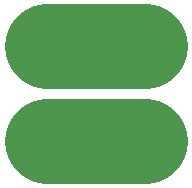
<source format=gbs>
%TF.GenerationSoftware,KiCad,Pcbnew,4.0.5-e0-6337~49~ubuntu16.04.1*%
%TF.CreationDate,2017-01-18T00:48:15-08:00*%
%TF.ProjectId,2x2-Generic-5mm-Pitch,3278322D47656E657269632D356D6D2D,1.0*%
%TF.FileFunction,Soldermask,Bot*%
%FSLAX46Y46*%
G04 Gerber Fmt 4.6, Leading zero omitted, Abs format (unit mm)*
G04 Created by KiCad (PCBNEW 4.0.5-e0-6337~49~ubuntu16.04.1) date Wed Jan 18 00:48:15 2017*
%MOMM*%
%LPD*%
G01*
G04 APERTURE LIST*
%ADD10C,0.350000*%
%ADD11C,7.200000*%
G04 APERTURE END LIST*
D10*
D11*
X139246000Y-95378000D02*
X147546000Y-95378000D01*
X139246000Y-103378000D02*
X147546000Y-103378000D01*
D10*
G36*
X139769110Y-100303847D02*
X140360055Y-100425151D01*
X140916198Y-100658932D01*
X141416334Y-100996278D01*
X141841421Y-101424343D01*
X142175266Y-101926821D01*
X142405156Y-102484576D01*
X142522264Y-103076014D01*
X142522264Y-103076024D01*
X142522331Y-103076363D01*
X142512710Y-103765416D01*
X142512633Y-103765754D01*
X142512633Y-103765762D01*
X142379057Y-104353701D01*
X142133685Y-104904816D01*
X141785937Y-105397778D01*
X141349062Y-105813809D01*
X140839700Y-106137061D01*
X140277254Y-106355219D01*
X139683147Y-106459976D01*
X139080003Y-106447342D01*
X138490800Y-106317797D01*
X137937982Y-106076277D01*
X137442607Y-105731982D01*
X137023537Y-105298023D01*
X136696738Y-104790930D01*
X136474656Y-104230014D01*
X136365755Y-103636658D01*
X136374177Y-103033441D01*
X136499606Y-102443347D01*
X136737259Y-101888858D01*
X137078091Y-101391088D01*
X137509112Y-100969000D01*
X138013913Y-100638668D01*
X138573259Y-100412677D01*
X139165845Y-100299636D01*
X139769110Y-100303847D01*
X139769110Y-100303847D01*
G37*
G36*
X147769110Y-100303847D02*
X148360055Y-100425151D01*
X148916198Y-100658932D01*
X149416334Y-100996278D01*
X149841421Y-101424343D01*
X150175266Y-101926821D01*
X150405156Y-102484576D01*
X150522264Y-103076014D01*
X150522264Y-103076024D01*
X150522331Y-103076363D01*
X150512710Y-103765416D01*
X150512633Y-103765754D01*
X150512633Y-103765762D01*
X150379057Y-104353701D01*
X150133685Y-104904816D01*
X149785937Y-105397778D01*
X149349062Y-105813809D01*
X148839700Y-106137061D01*
X148277254Y-106355219D01*
X147683147Y-106459976D01*
X147080003Y-106447342D01*
X146490800Y-106317797D01*
X145937982Y-106076277D01*
X145442607Y-105731982D01*
X145023537Y-105298023D01*
X144696738Y-104790930D01*
X144474656Y-104230014D01*
X144365755Y-103636658D01*
X144374177Y-103033441D01*
X144499606Y-102443347D01*
X144737259Y-101888858D01*
X145078091Y-101391088D01*
X145509112Y-100969000D01*
X146013913Y-100638668D01*
X146573259Y-100412677D01*
X147165845Y-100299636D01*
X147769110Y-100303847D01*
X147769110Y-100303847D01*
G37*
G36*
X143553790Y-100892481D02*
X143750921Y-100932947D01*
X143936451Y-101010937D01*
X144103292Y-101123473D01*
X144245098Y-101266272D01*
X144356466Y-101433895D01*
X144433156Y-101619958D01*
X144472176Y-101817027D01*
X144472176Y-101817032D01*
X144472244Y-101817376D01*
X144469034Y-102047239D01*
X144468957Y-102047577D01*
X144468957Y-102047586D01*
X144424449Y-102243490D01*
X144342596Y-102427335D01*
X144226588Y-102591786D01*
X144080850Y-102730571D01*
X143910931Y-102838405D01*
X143723299Y-102911182D01*
X143525112Y-102946128D01*
X143323905Y-102941913D01*
X143127351Y-102898699D01*
X142942933Y-102818128D01*
X142777682Y-102703275D01*
X142637882Y-102558509D01*
X142528864Y-102389345D01*
X142454777Y-102202224D01*
X142418449Y-102004288D01*
X142421258Y-101803058D01*
X142463102Y-101606205D01*
X142542380Y-101421232D01*
X142656080Y-101255178D01*
X142799865Y-101114373D01*
X142968265Y-101004176D01*
X143154860Y-100928786D01*
X143352540Y-100891077D01*
X143553790Y-100892481D01*
X143553790Y-100892481D01*
G37*
G36*
X139769110Y-92303847D02*
X140360055Y-92425151D01*
X140916198Y-92658932D01*
X141416334Y-92996278D01*
X141841421Y-93424343D01*
X142175266Y-93926821D01*
X142405156Y-94484576D01*
X142522264Y-95076014D01*
X142522264Y-95076024D01*
X142522331Y-95076363D01*
X142512710Y-95765416D01*
X142512633Y-95765754D01*
X142512633Y-95765762D01*
X142385884Y-96323649D01*
X142384710Y-96337896D01*
X142387551Y-96351905D01*
X142394183Y-96364569D01*
X142404080Y-96374883D01*
X142416459Y-96382032D01*
X142430339Y-96385449D01*
X142444622Y-96384864D01*
X142458176Y-96380323D01*
X142469929Y-96372186D01*
X142482114Y-96354917D01*
X142498354Y-96317027D01*
X142617593Y-96142883D01*
X142768384Y-95995217D01*
X142944988Y-95879651D01*
X143140675Y-95800588D01*
X143347987Y-95761042D01*
X143559042Y-95762515D01*
X143765777Y-95804952D01*
X143960347Y-95886741D01*
X144135318Y-96004761D01*
X144284033Y-96154518D01*
X144400827Y-96330308D01*
X144481253Y-96525436D01*
X144522178Y-96732124D01*
X144522178Y-96732129D01*
X144522246Y-96732473D01*
X144518880Y-96973536D01*
X144518803Y-96973874D01*
X144518803Y-96973883D01*
X144472122Y-97179349D01*
X144386281Y-97372152D01*
X144264621Y-97544615D01*
X144111782Y-97690162D01*
X143933584Y-97803250D01*
X143736810Y-97879573D01*
X143528967Y-97916222D01*
X143317957Y-97911802D01*
X143111825Y-97866481D01*
X142918422Y-97781985D01*
X142745119Y-97661536D01*
X142598508Y-97509717D01*
X142484178Y-97332310D01*
X142406481Y-97136072D01*
X142368384Y-96928492D01*
X142371330Y-96717458D01*
X142411734Y-96527371D01*
X142412709Y-96513109D01*
X142409673Y-96499141D01*
X142402865Y-96486571D01*
X142392825Y-96476396D01*
X142380347Y-96469421D01*
X142366420Y-96466198D01*
X142352147Y-96466982D01*
X142338658Y-96471712D01*
X142327020Y-96480013D01*
X142315636Y-96496147D01*
X142133685Y-96904816D01*
X141785937Y-97397778D01*
X141349062Y-97813809D01*
X140839700Y-98137061D01*
X140277254Y-98355219D01*
X139683147Y-98459976D01*
X139080003Y-98447342D01*
X138490800Y-98317797D01*
X137937982Y-98076277D01*
X137442607Y-97731982D01*
X137023537Y-97298023D01*
X136696738Y-96790930D01*
X136474656Y-96230014D01*
X136365755Y-95636658D01*
X136374177Y-95033441D01*
X136499606Y-94443347D01*
X136737259Y-93888858D01*
X137078091Y-93391088D01*
X137509112Y-92969000D01*
X138013913Y-92638668D01*
X138573259Y-92412677D01*
X139165845Y-92299636D01*
X139769110Y-92303847D01*
X139769110Y-92303847D01*
G37*
G36*
X147769110Y-92303847D02*
X148360055Y-92425151D01*
X148916198Y-92658932D01*
X149416334Y-92996278D01*
X149841421Y-93424343D01*
X150175266Y-93926821D01*
X150405156Y-94484576D01*
X150522264Y-95076014D01*
X150522264Y-95076024D01*
X150522331Y-95076363D01*
X150512710Y-95765416D01*
X150512633Y-95765754D01*
X150512633Y-95765762D01*
X150379057Y-96353701D01*
X150133685Y-96904816D01*
X149785937Y-97397778D01*
X149349062Y-97813809D01*
X148839700Y-98137061D01*
X148277254Y-98355219D01*
X147683147Y-98459976D01*
X147080003Y-98447342D01*
X146490800Y-98317797D01*
X145937982Y-98076277D01*
X145442607Y-97731982D01*
X145023537Y-97298023D01*
X144696738Y-96790930D01*
X144474656Y-96230014D01*
X144365755Y-95636658D01*
X144374177Y-95033441D01*
X144499606Y-94443347D01*
X144737259Y-93888858D01*
X145078091Y-93391088D01*
X145509112Y-92969000D01*
X146013913Y-92638668D01*
X146573259Y-92412677D01*
X147165845Y-92299636D01*
X147769110Y-92303847D01*
X147769110Y-92303847D01*
G37*
M02*

</source>
